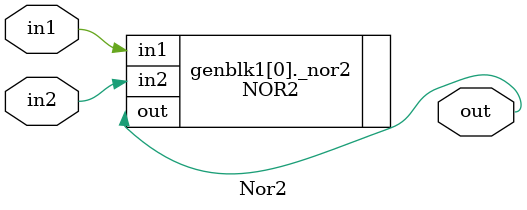
<source format=sv>
/* 2-input NOR gate.
 * Author: Igor Lesik 2020-2023
 *
 */

module Nor2 #(
    parameter WIDTH = 1
)(
    input  wire [WIDTH-1:0] in1,
    input  wire [WIDTH-1:0] in2,
    output wire [WIDTH-1:0] out
);

    genvar i;
    generate
    for (i = 0; i < WIDTH; i = i + 1) begin
        NOR2 _nor2(.in1(in1[i]), .in2(in2[i]), .out(out[i]));
    end
    endgenerate

endmodule

</source>
